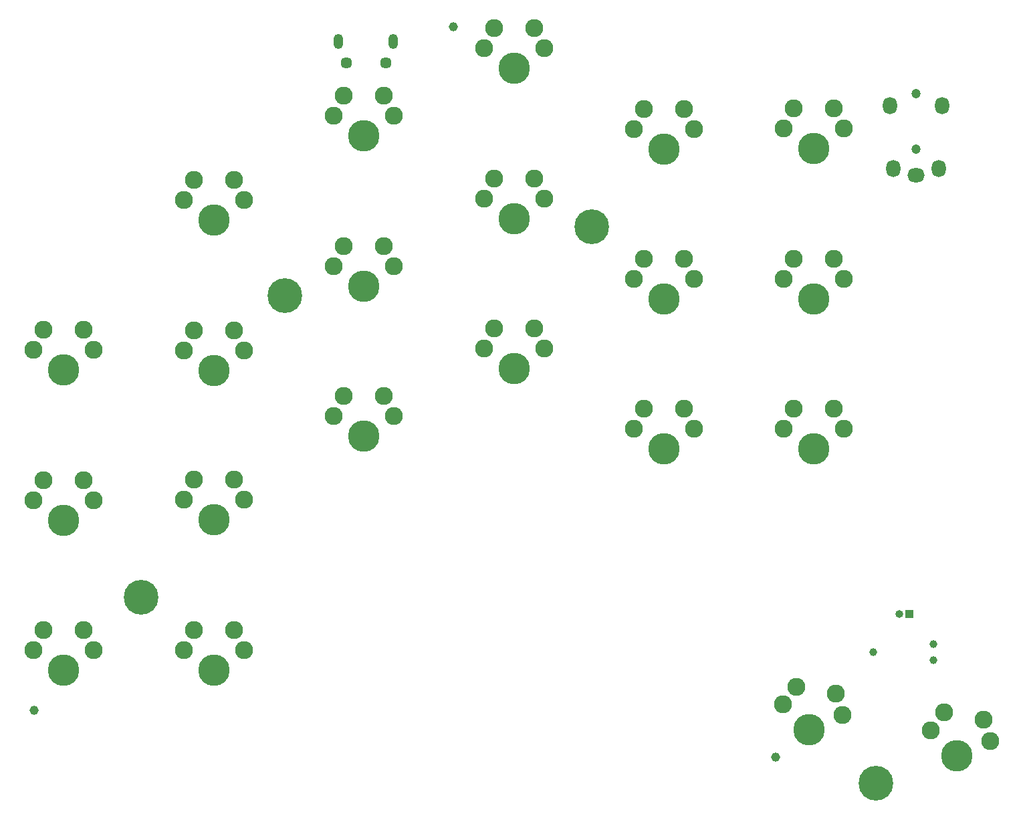
<source format=gbr>
%TF.GenerationSoftware,KiCad,Pcbnew,5.1.10*%
%TF.CreationDate,2021-09-27T15:43:44+02:00*%
%TF.ProjectId,pinkytyl_v2,70696e6b-7974-4796-9c5f-76322e6b6963,rev?*%
%TF.SameCoordinates,Original*%
%TF.FileFunction,Soldermask,Bot*%
%TF.FilePolarity,Negative*%
%FSLAX46Y46*%
G04 Gerber Fmt 4.6, Leading zero omitted, Abs format (unit mm)*
G04 Created by KiCad (PCBNEW 5.1.10) date 2021-09-27 15:43:44*
%MOMM*%
%LPD*%
G01*
G04 APERTURE LIST*
%ADD10C,1.152000*%
%ADD11C,4.400000*%
%ADD12C,1.200000*%
%ADD13O,1.800000X2.200000*%
%ADD14O,2.200000X1.800000*%
%ADD15O,1.000000X1.000000*%
%ADD16R,1.000000X1.000000*%
%ADD17C,2.286000*%
%ADD18C,3.987800*%
%ADD19C,1.450000*%
%ADD20O,1.200000X1.900000*%
%ADD21C,0.990600*%
G04 APERTURE END LIST*
D10*
%TO.C,REF\u002A\u002A*%
X128910000Y-39910000D03*
%TD*%
%TO.C,REF\u002A\u002A*%
X169760000Y-132370000D03*
%TD*%
%TO.C,REF\u002A\u002A*%
X75880000Y-126430000D03*
%TD*%
D11*
%TO.C,H4*%
X182440000Y-135630000D03*
%TD*%
%TO.C,H3*%
X146460000Y-65230000D03*
%TD*%
%TO.C,H2*%
X107590000Y-73910000D03*
%TD*%
%TO.C,H1*%
X89370000Y-112080000D03*
%TD*%
D12*
%TO.C,J1*%
X187520000Y-55380000D03*
X187520000Y-48380000D03*
D13*
X184220000Y-49880000D03*
X190370000Y-57880000D03*
D14*
X187520000Y-58680000D03*
D13*
X184670000Y-57880000D03*
X190820000Y-49880000D03*
%TD*%
D15*
%TO.C,J2*%
X185400000Y-114230000D03*
D16*
X186670000Y-114230000D03*
%TD*%
D17*
%TO.C,K12*%
X113800000Y-51150000D03*
D18*
X117610000Y-53690000D03*
D17*
X120150000Y-48610000D03*
X115070000Y-48610000D03*
X121420000Y-51150000D03*
%TD*%
%TO.C,K41*%
X189368949Y-128986989D03*
D18*
X192680000Y-132150000D03*
D17*
X196063544Y-127588243D03*
X191060721Y-126706110D03*
X196873184Y-130310188D03*
%TD*%
%TO.C,K40*%
X170660010Y-125695450D03*
D18*
X173960000Y-128870000D03*
D17*
X177359447Y-124320082D03*
X172359734Y-123420491D03*
X178159581Y-127044836D03*
%TD*%
%TO.C,K35*%
X170770000Y-90810000D03*
D18*
X174580000Y-93350000D03*
D17*
X177120000Y-88270000D03*
X172040000Y-88270000D03*
X178390000Y-90810000D03*
%TD*%
%TO.C,K34*%
X151780000Y-90790000D03*
D18*
X155590000Y-93330000D03*
D17*
X158130000Y-88250000D03*
X153050000Y-88250000D03*
X159400000Y-90790000D03*
%TD*%
%TO.C,K33*%
X132810000Y-80630000D03*
D18*
X136620000Y-83170000D03*
D17*
X139160000Y-78090000D03*
X134080000Y-78090000D03*
X140430000Y-80630000D03*
%TD*%
%TO.C,K32*%
X113810000Y-89200000D03*
D18*
X117620000Y-91740000D03*
D17*
X120160000Y-86660000D03*
X115080000Y-86660000D03*
X121430000Y-89200000D03*
%TD*%
%TO.C,K31*%
X94770000Y-118830000D03*
D18*
X98580000Y-121370000D03*
D17*
X101120000Y-116290000D03*
X96040000Y-116290000D03*
X102390000Y-118830000D03*
%TD*%
%TO.C,K30*%
X75750000Y-118840000D03*
D18*
X79560000Y-121380000D03*
D17*
X82100000Y-116300000D03*
X77020000Y-116300000D03*
X83370000Y-118840000D03*
%TD*%
%TO.C,K25*%
X170790000Y-71820000D03*
D18*
X174600000Y-74360000D03*
D17*
X177140000Y-69280000D03*
X172060000Y-69280000D03*
X178410000Y-71820000D03*
%TD*%
%TO.C,K24*%
X151770000Y-71790000D03*
D18*
X155580000Y-74330000D03*
D17*
X158120000Y-69250000D03*
X153040000Y-69250000D03*
X159390000Y-71790000D03*
%TD*%
%TO.C,K23*%
X132790000Y-61610000D03*
D18*
X136600000Y-64150000D03*
D17*
X139140000Y-59070000D03*
X134060000Y-59070000D03*
X140410000Y-61610000D03*
%TD*%
%TO.C,K22*%
X113810000Y-70160000D03*
D18*
X117620000Y-72700000D03*
D17*
X120160000Y-67620000D03*
X115080000Y-67620000D03*
X121430000Y-70160000D03*
%TD*%
%TO.C,K21*%
X94770000Y-99780000D03*
D18*
X98580000Y-102320000D03*
D17*
X101120000Y-97240000D03*
X96040000Y-97240000D03*
X102390000Y-99780000D03*
%TD*%
%TO.C,K20*%
X75770000Y-99820000D03*
D18*
X79580000Y-102360000D03*
D17*
X82120000Y-97280000D03*
X77040000Y-97280000D03*
X83390000Y-99820000D03*
%TD*%
%TO.C,K15*%
X170780000Y-52800000D03*
D18*
X174590000Y-55340000D03*
D17*
X177130000Y-50260000D03*
X172050000Y-50260000D03*
X178400000Y-52800000D03*
%TD*%
%TO.C,K14*%
X151760000Y-52820000D03*
D18*
X155570000Y-55360000D03*
D17*
X158110000Y-50280000D03*
X153030000Y-50280000D03*
X159380000Y-52820000D03*
%TD*%
%TO.C,K13*%
X132790000Y-42600000D03*
D18*
X136600000Y-45140000D03*
D17*
X139140000Y-40060000D03*
X134060000Y-40060000D03*
X140410000Y-42600000D03*
%TD*%
%TO.C,K11*%
X94790000Y-80840000D03*
D18*
X98600000Y-83380000D03*
D17*
X101140000Y-78300000D03*
X96060000Y-78300000D03*
X102410000Y-80840000D03*
%TD*%
%TO.C,K10*%
X75770000Y-80800000D03*
D18*
X79580000Y-83340000D03*
D17*
X82120000Y-78260000D03*
X77040000Y-78260000D03*
X83390000Y-80800000D03*
%TD*%
%TO.C,K0*%
X94810000Y-61830000D03*
D18*
X98620000Y-64370000D03*
D17*
X101160000Y-59290000D03*
X96080000Y-59290000D03*
X102430000Y-61830000D03*
%TD*%
D19*
%TO.C,J3*%
X120340000Y-44472500D03*
X115340000Y-44472500D03*
D20*
X121340000Y-41772500D03*
X114340000Y-41772500D03*
%TD*%
D21*
%TO.C,J5*%
X189710000Y-118014000D03*
X189710000Y-120046000D03*
X182090000Y-119030000D03*
%TD*%
M02*

</source>
